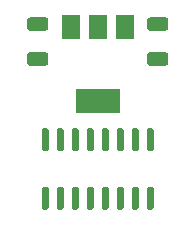
<source format=gbp>
%TF.GenerationSoftware,KiCad,Pcbnew,(5.1.9-0-10_14)*%
%TF.CreationDate,2021-03-22T14:16:12+08:00*%
%TF.ProjectId,Kernel,4b65726e-656c-42e6-9b69-6361645f7063,rev?*%
%TF.SameCoordinates,Original*%
%TF.FileFunction,Paste,Bot*%
%TF.FilePolarity,Positive*%
%FSLAX46Y46*%
G04 Gerber Fmt 4.6, Leading zero omitted, Abs format (unit mm)*
G04 Created by KiCad (PCBNEW (5.1.9-0-10_14)) date 2021-03-22 14:16:12*
%MOMM*%
%LPD*%
G01*
G04 APERTURE LIST*
%ADD10R,1.500000X2.000000*%
%ADD11R,3.800000X2.000000*%
G04 APERTURE END LIST*
D10*
%TO.C,U3*%
X95490000Y-40030000D03*
X100090000Y-40030000D03*
X97790000Y-40030000D03*
D11*
X97790000Y-46330000D03*
%TD*%
%TO.C,U2*%
G36*
G01*
X93195000Y-53570000D02*
X93495000Y-53570000D01*
G75*
G02*
X93645000Y-53720000I0J-150000D01*
G01*
X93645000Y-55370000D01*
G75*
G02*
X93495000Y-55520000I-150000J0D01*
G01*
X93195000Y-55520000D01*
G75*
G02*
X93045000Y-55370000I0J150000D01*
G01*
X93045000Y-53720000D01*
G75*
G02*
X93195000Y-53570000I150000J0D01*
G01*
G37*
G36*
G01*
X94465000Y-53570000D02*
X94765000Y-53570000D01*
G75*
G02*
X94915000Y-53720000I0J-150000D01*
G01*
X94915000Y-55370000D01*
G75*
G02*
X94765000Y-55520000I-150000J0D01*
G01*
X94465000Y-55520000D01*
G75*
G02*
X94315000Y-55370000I0J150000D01*
G01*
X94315000Y-53720000D01*
G75*
G02*
X94465000Y-53570000I150000J0D01*
G01*
G37*
G36*
G01*
X95735000Y-53570000D02*
X96035000Y-53570000D01*
G75*
G02*
X96185000Y-53720000I0J-150000D01*
G01*
X96185000Y-55370000D01*
G75*
G02*
X96035000Y-55520000I-150000J0D01*
G01*
X95735000Y-55520000D01*
G75*
G02*
X95585000Y-55370000I0J150000D01*
G01*
X95585000Y-53720000D01*
G75*
G02*
X95735000Y-53570000I150000J0D01*
G01*
G37*
G36*
G01*
X97005000Y-53570000D02*
X97305000Y-53570000D01*
G75*
G02*
X97455000Y-53720000I0J-150000D01*
G01*
X97455000Y-55370000D01*
G75*
G02*
X97305000Y-55520000I-150000J0D01*
G01*
X97005000Y-55520000D01*
G75*
G02*
X96855000Y-55370000I0J150000D01*
G01*
X96855000Y-53720000D01*
G75*
G02*
X97005000Y-53570000I150000J0D01*
G01*
G37*
G36*
G01*
X98275000Y-53570000D02*
X98575000Y-53570000D01*
G75*
G02*
X98725000Y-53720000I0J-150000D01*
G01*
X98725000Y-55370000D01*
G75*
G02*
X98575000Y-55520000I-150000J0D01*
G01*
X98275000Y-55520000D01*
G75*
G02*
X98125000Y-55370000I0J150000D01*
G01*
X98125000Y-53720000D01*
G75*
G02*
X98275000Y-53570000I150000J0D01*
G01*
G37*
G36*
G01*
X99545000Y-53570000D02*
X99845000Y-53570000D01*
G75*
G02*
X99995000Y-53720000I0J-150000D01*
G01*
X99995000Y-55370000D01*
G75*
G02*
X99845000Y-55520000I-150000J0D01*
G01*
X99545000Y-55520000D01*
G75*
G02*
X99395000Y-55370000I0J150000D01*
G01*
X99395000Y-53720000D01*
G75*
G02*
X99545000Y-53570000I150000J0D01*
G01*
G37*
G36*
G01*
X100815000Y-53570000D02*
X101115000Y-53570000D01*
G75*
G02*
X101265000Y-53720000I0J-150000D01*
G01*
X101265000Y-55370000D01*
G75*
G02*
X101115000Y-55520000I-150000J0D01*
G01*
X100815000Y-55520000D01*
G75*
G02*
X100665000Y-55370000I0J150000D01*
G01*
X100665000Y-53720000D01*
G75*
G02*
X100815000Y-53570000I150000J0D01*
G01*
G37*
G36*
G01*
X102085000Y-53570000D02*
X102385000Y-53570000D01*
G75*
G02*
X102535000Y-53720000I0J-150000D01*
G01*
X102535000Y-55370000D01*
G75*
G02*
X102385000Y-55520000I-150000J0D01*
G01*
X102085000Y-55520000D01*
G75*
G02*
X101935000Y-55370000I0J150000D01*
G01*
X101935000Y-53720000D01*
G75*
G02*
X102085000Y-53570000I150000J0D01*
G01*
G37*
G36*
G01*
X102085000Y-48620000D02*
X102385000Y-48620000D01*
G75*
G02*
X102535000Y-48770000I0J-150000D01*
G01*
X102535000Y-50420000D01*
G75*
G02*
X102385000Y-50570000I-150000J0D01*
G01*
X102085000Y-50570000D01*
G75*
G02*
X101935000Y-50420000I0J150000D01*
G01*
X101935000Y-48770000D01*
G75*
G02*
X102085000Y-48620000I150000J0D01*
G01*
G37*
G36*
G01*
X100815000Y-48620000D02*
X101115000Y-48620000D01*
G75*
G02*
X101265000Y-48770000I0J-150000D01*
G01*
X101265000Y-50420000D01*
G75*
G02*
X101115000Y-50570000I-150000J0D01*
G01*
X100815000Y-50570000D01*
G75*
G02*
X100665000Y-50420000I0J150000D01*
G01*
X100665000Y-48770000D01*
G75*
G02*
X100815000Y-48620000I150000J0D01*
G01*
G37*
G36*
G01*
X99545000Y-48620000D02*
X99845000Y-48620000D01*
G75*
G02*
X99995000Y-48770000I0J-150000D01*
G01*
X99995000Y-50420000D01*
G75*
G02*
X99845000Y-50570000I-150000J0D01*
G01*
X99545000Y-50570000D01*
G75*
G02*
X99395000Y-50420000I0J150000D01*
G01*
X99395000Y-48770000D01*
G75*
G02*
X99545000Y-48620000I150000J0D01*
G01*
G37*
G36*
G01*
X98275000Y-48620000D02*
X98575000Y-48620000D01*
G75*
G02*
X98725000Y-48770000I0J-150000D01*
G01*
X98725000Y-50420000D01*
G75*
G02*
X98575000Y-50570000I-150000J0D01*
G01*
X98275000Y-50570000D01*
G75*
G02*
X98125000Y-50420000I0J150000D01*
G01*
X98125000Y-48770000D01*
G75*
G02*
X98275000Y-48620000I150000J0D01*
G01*
G37*
G36*
G01*
X97005000Y-48620000D02*
X97305000Y-48620000D01*
G75*
G02*
X97455000Y-48770000I0J-150000D01*
G01*
X97455000Y-50420000D01*
G75*
G02*
X97305000Y-50570000I-150000J0D01*
G01*
X97005000Y-50570000D01*
G75*
G02*
X96855000Y-50420000I0J150000D01*
G01*
X96855000Y-48770000D01*
G75*
G02*
X97005000Y-48620000I150000J0D01*
G01*
G37*
G36*
G01*
X95735000Y-48620000D02*
X96035000Y-48620000D01*
G75*
G02*
X96185000Y-48770000I0J-150000D01*
G01*
X96185000Y-50420000D01*
G75*
G02*
X96035000Y-50570000I-150000J0D01*
G01*
X95735000Y-50570000D01*
G75*
G02*
X95585000Y-50420000I0J150000D01*
G01*
X95585000Y-48770000D01*
G75*
G02*
X95735000Y-48620000I150000J0D01*
G01*
G37*
G36*
G01*
X94465000Y-48620000D02*
X94765000Y-48620000D01*
G75*
G02*
X94915000Y-48770000I0J-150000D01*
G01*
X94915000Y-50420000D01*
G75*
G02*
X94765000Y-50570000I-150000J0D01*
G01*
X94465000Y-50570000D01*
G75*
G02*
X94315000Y-50420000I0J150000D01*
G01*
X94315000Y-48770000D01*
G75*
G02*
X94465000Y-48620000I150000J0D01*
G01*
G37*
G36*
G01*
X93195000Y-48620000D02*
X93495000Y-48620000D01*
G75*
G02*
X93645000Y-48770000I0J-150000D01*
G01*
X93645000Y-50420000D01*
G75*
G02*
X93495000Y-50570000I-150000J0D01*
G01*
X93195000Y-50570000D01*
G75*
G02*
X93045000Y-50420000I0J150000D01*
G01*
X93045000Y-48770000D01*
G75*
G02*
X93195000Y-48620000I150000J0D01*
G01*
G37*
%TD*%
%TO.C,C3*%
G36*
G01*
X93360001Y-40375000D02*
X92059999Y-40375000D01*
G75*
G02*
X91810000Y-40125001I0J249999D01*
G01*
X91810000Y-39474999D01*
G75*
G02*
X92059999Y-39225000I249999J0D01*
G01*
X93360001Y-39225000D01*
G75*
G02*
X93610000Y-39474999I0J-249999D01*
G01*
X93610000Y-40125001D01*
G75*
G02*
X93360001Y-40375000I-249999J0D01*
G01*
G37*
G36*
G01*
X93360001Y-43325000D02*
X92059999Y-43325000D01*
G75*
G02*
X91810000Y-43075001I0J249999D01*
G01*
X91810000Y-42424999D01*
G75*
G02*
X92059999Y-42175000I249999J0D01*
G01*
X93360001Y-42175000D01*
G75*
G02*
X93610000Y-42424999I0J-249999D01*
G01*
X93610000Y-43075001D01*
G75*
G02*
X93360001Y-43325000I-249999J0D01*
G01*
G37*
%TD*%
%TO.C,C2*%
G36*
G01*
X102219999Y-42175000D02*
X103520001Y-42175000D01*
G75*
G02*
X103770000Y-42424999I0J-249999D01*
G01*
X103770000Y-43075001D01*
G75*
G02*
X103520001Y-43325000I-249999J0D01*
G01*
X102219999Y-43325000D01*
G75*
G02*
X101970000Y-43075001I0J249999D01*
G01*
X101970000Y-42424999D01*
G75*
G02*
X102219999Y-42175000I249999J0D01*
G01*
G37*
G36*
G01*
X102219999Y-39225000D02*
X103520001Y-39225000D01*
G75*
G02*
X103770000Y-39474999I0J-249999D01*
G01*
X103770000Y-40125001D01*
G75*
G02*
X103520001Y-40375000I-249999J0D01*
G01*
X102219999Y-40375000D01*
G75*
G02*
X101970000Y-40125001I0J249999D01*
G01*
X101970000Y-39474999D01*
G75*
G02*
X102219999Y-39225000I249999J0D01*
G01*
G37*
%TD*%
M02*

</source>
